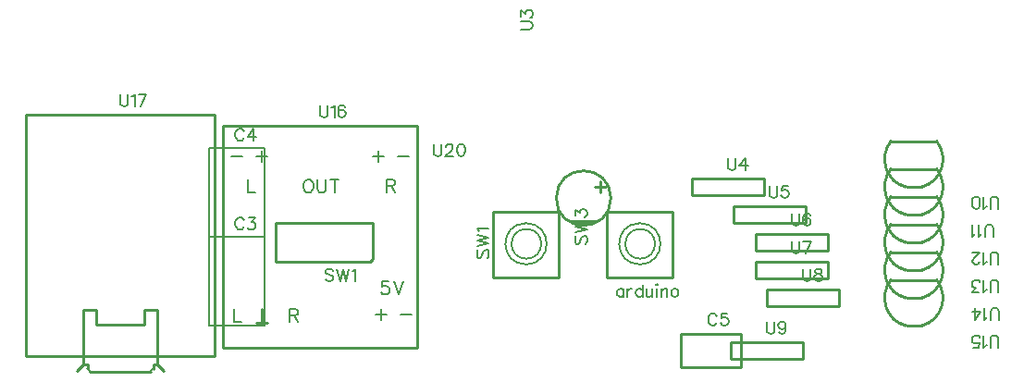
<source format=gto>
G04 ---------------------------- Layer name :TOP SILK LAYER*
G04 EasyEDA v5.7.26, Mon, 01 Oct 2018 13:32:53 GMT*
G04 75dfb1f5c32043f5854625517cc8b310*
G04 Gerber Generator version 0.2*
G04 Scale: 100 percent, Rotated: No, Reflected: No *
G04 Dimensions in millimeters *
G04 leading zeros omitted , absolute positions ,3 integer and 3 decimal *
%FSLAX33Y33*%
%MOMM*%
G90*
G71D02*

%ADD25C,0.254000*%
%ADD26C,0.177800*%
%ADD27C,0.127000*%
%ADD28C,0.203200*%

%LPD*%
G54D25*
G01X32766Y11430D02*
G01X32766Y14732D01*
G01X23876Y14732D01*
G01X23876Y11176D01*
G01X32512Y11176D01*
G01X32766Y11430D01*
G54D26*
G01X20320Y13462D02*
G01X22860Y13462D01*
G01X22860Y5334D01*
G01X17780Y5334D01*
G01X17780Y13462D01*
G01X20320Y13462D01*
G01X20320Y21590D02*
G01X22860Y21590D01*
G01X22860Y13462D01*
G01X17780Y13462D01*
G01X17780Y21590D01*
G01X20320Y21590D01*
G54D25*
G01X60963Y4547D02*
G01X66463Y4547D01*
G01X66473Y4547D02*
G01X66473Y1547D01*
G01X66463Y1547D02*
G01X60963Y1547D01*
G01X60963Y1547D02*
G01X60963Y4547D01*
G01X53594Y18542D02*
G01X53594Y17526D01*
G01X54102Y18034D02*
G01X53086Y18034D01*
G01X43784Y9732D02*
G01X43784Y15731D01*
G01X49784Y15731D01*
G01X49784Y9732D01*
G01X43784Y9732D01*
G01X54198Y9732D02*
G01X54198Y15731D01*
G01X60198Y15731D01*
G01X60198Y9732D01*
G01X54198Y9732D01*
G01X61976Y18796D02*
G01X68580Y18796D01*
G01X68580Y17272D01*
G01X61976Y17272D01*
G01X61976Y18796D01*
G01X62230Y18796D01*
G01X65786Y16256D02*
G01X72390Y16256D01*
G01X72390Y14732D01*
G01X65786Y14732D01*
G01X65786Y16256D01*
G01X66040Y16256D01*
G01X67818Y13716D02*
G01X74422Y13716D01*
G01X74422Y12192D01*
G01X67818Y12192D01*
G01X67818Y13716D01*
G01X68072Y13716D01*
G01X67818Y11176D02*
G01X74422Y11176D01*
G01X74422Y9652D01*
G01X67818Y9652D01*
G01X67818Y11176D01*
G01X68072Y11176D01*
G01X68834Y8636D02*
G01X75438Y8636D01*
G01X75438Y7112D01*
G01X68834Y7112D01*
G01X68834Y8636D01*
G01X69088Y8636D01*
G01X65532Y3810D02*
G01X72136Y3810D01*
G01X72136Y2286D01*
G01X65532Y2286D01*
G01X65532Y3810D01*
G01X65786Y3810D01*
G01X84378Y22225D02*
G01X80213Y22225D01*
G01X84378Y19685D02*
G01X80213Y19685D01*
G01X84378Y17145D02*
G01X80213Y17145D01*
G01X84378Y14605D02*
G01X80213Y14605D01*
G01X84378Y12065D02*
G01X80213Y12065D01*
G01X84378Y9525D02*
G01X80213Y9525D01*
G01X22606Y6858D02*
G01X22606Y5588D01*
G01X22098Y5588D02*
G01X23114Y5588D01*
G01X19050Y23622D02*
G01X36830Y23622D01*
G01X36830Y3302D01*
G01X19050Y3302D01*
G01X19050Y23622D01*
G01X19304Y23622D01*
G01X18288Y2540D02*
G01X18288Y24638D01*
G01X1016Y24638D01*
G01X1016Y2540D01*
G01X18288Y2540D01*
G01X6273Y1803D02*
G01X6680Y1803D01*
G01X12674Y1803D02*
G01X13081Y1803D01*
G01X6273Y1803D02*
G01X6273Y2514D01*
G01X6273Y2514D02*
G01X6273Y6807D01*
G01X13081Y6807D02*
G01X13081Y2514D01*
G01X13081Y2514D02*
G01X13081Y1803D01*
G01X6273Y1803D02*
G01X5689Y1219D01*
G01X13081Y1803D02*
G01X13665Y1219D01*
G01X6680Y1803D02*
G01X6680Y1422D01*
G01X6908Y1143D02*
G01X12446Y1143D01*
G01X12674Y1371D02*
G01X12674Y1803D01*
G01X6273Y5207D02*
G01X6273Y6807D01*
G01X6273Y6807D02*
G01X7467Y6807D01*
G01X13081Y6807D02*
G01X11887Y6807D01*
G01X13081Y5207D02*
G01X13081Y6807D01*
G01X6273Y2514D02*
G01X13081Y2514D01*
G01X7467Y6807D02*
G01X7467Y5410D01*
G01X7467Y5410D02*
G01X11887Y5410D01*
G01X11887Y5410D02*
G01X11887Y6807D01*
G54D26*
G01X55740Y8727D02*
G01X55740Y8000D01*
G01X55740Y8572D02*
G01X55638Y8676D01*
G01X55534Y8727D01*
G01X55377Y8727D01*
G01X55272Y8676D01*
G01X55168Y8572D01*
G01X55118Y8417D01*
G01X55118Y8313D01*
G01X55168Y8155D01*
G01X55272Y8051D01*
G01X55377Y8000D01*
G01X55534Y8000D01*
G01X55638Y8051D01*
G01X55740Y8155D01*
G01X56083Y8727D02*
G01X56083Y8000D01*
G01X56083Y8417D02*
G01X56136Y8572D01*
G01X56240Y8676D01*
G01X56344Y8727D01*
G01X56499Y8727D01*
G01X57467Y9093D02*
G01X57467Y8000D01*
G01X57467Y8572D02*
G01X57363Y8676D01*
G01X57259Y8727D01*
G01X57101Y8727D01*
G01X56997Y8676D01*
G01X56896Y8572D01*
G01X56842Y8417D01*
G01X56842Y8313D01*
G01X56896Y8155D01*
G01X56997Y8051D01*
G01X57101Y8000D01*
G01X57259Y8000D01*
G01X57363Y8051D01*
G01X57467Y8155D01*
G01X57810Y8727D02*
G01X57810Y8209D01*
G01X57861Y8051D01*
G01X57965Y8000D01*
G01X58120Y8000D01*
G01X58224Y8051D01*
G01X58381Y8209D01*
G01X58381Y8727D02*
G01X58381Y8000D01*
G01X58724Y9093D02*
G01X58775Y9039D01*
G01X58826Y9093D01*
G01X58775Y9143D01*
G01X58724Y9093D01*
G01X58775Y8727D02*
G01X58775Y8000D01*
G01X59169Y8727D02*
G01X59169Y8000D01*
G01X59169Y8521D02*
G01X59326Y8676D01*
G01X59430Y8727D01*
G01X59585Y8727D01*
G01X59690Y8676D01*
G01X59740Y8521D01*
G01X59740Y8000D01*
G01X60345Y8727D02*
G01X60241Y8676D01*
G01X60137Y8572D01*
G01X60083Y8417D01*
G01X60083Y8313D01*
G01X60137Y8155D01*
G01X60241Y8051D01*
G01X60345Y8000D01*
G01X60500Y8000D01*
G01X60604Y8051D01*
G01X60708Y8155D01*
G01X60759Y8313D01*
G01X60759Y8417D01*
G01X60708Y8572D01*
G01X60604Y8676D01*
G01X60500Y8727D01*
G01X60345Y8727D01*
G01X29174Y10373D02*
G01X29070Y10477D01*
G01X28915Y10528D01*
G01X28707Y10528D01*
G01X28552Y10477D01*
G01X28448Y10373D01*
G01X28448Y10269D01*
G01X28498Y10165D01*
G01X28552Y10114D01*
G01X28656Y10060D01*
G01X28968Y9956D01*
G01X29070Y9906D01*
G01X29123Y9855D01*
G01X29174Y9751D01*
G01X29174Y9593D01*
G01X29070Y9489D01*
G01X28915Y9438D01*
G01X28707Y9438D01*
G01X28552Y9489D01*
G01X28448Y9593D01*
G01X29517Y10528D02*
G01X29778Y9438D01*
G01X30038Y10528D02*
G01X29778Y9438D01*
G01X30038Y10528D02*
G01X30297Y9438D01*
G01X30556Y10528D02*
G01X30297Y9438D01*
G01X30899Y10322D02*
G01X31003Y10373D01*
G01X31160Y10528D01*
G01X31160Y9438D01*
G01X20972Y14968D02*
G01X20919Y15072D01*
G01X20815Y15176D01*
G01X20713Y15227D01*
G01X20505Y15227D01*
G01X20401Y15176D01*
G01X20297Y15072D01*
G01X20243Y14968D01*
G01X20193Y14813D01*
G01X20193Y14554D01*
G01X20243Y14396D01*
G01X20297Y14292D01*
G01X20401Y14188D01*
G01X20505Y14137D01*
G01X20713Y14137D01*
G01X20815Y14188D01*
G01X20919Y14292D01*
G01X20972Y14396D01*
G01X21419Y15227D02*
G01X21991Y15227D01*
G01X21678Y14813D01*
G01X21833Y14813D01*
G01X21937Y14759D01*
G01X21991Y14709D01*
G01X22042Y14554D01*
G01X22042Y14450D01*
G01X21991Y14292D01*
G01X21887Y14188D01*
G01X21729Y14137D01*
G01X21574Y14137D01*
G01X21419Y14188D01*
G01X21366Y14241D01*
G01X21315Y14345D01*
G01X20972Y23096D02*
G01X20919Y23200D01*
G01X20815Y23304D01*
G01X20713Y23355D01*
G01X20505Y23355D01*
G01X20401Y23304D01*
G01X20297Y23200D01*
G01X20243Y23096D01*
G01X20193Y22941D01*
G01X20193Y22682D01*
G01X20243Y22524D01*
G01X20297Y22420D01*
G01X20401Y22316D01*
G01X20505Y22265D01*
G01X20713Y22265D01*
G01X20815Y22316D01*
G01X20919Y22420D01*
G01X20972Y22524D01*
G01X21833Y23355D02*
G01X21315Y22628D01*
G01X22095Y22628D01*
G01X21833Y23355D02*
G01X21833Y22265D01*
G01X64279Y6205D02*
G01X64226Y6309D01*
G01X64122Y6413D01*
G01X64020Y6464D01*
G01X63812Y6464D01*
G01X63708Y6413D01*
G01X63604Y6309D01*
G01X63550Y6205D01*
G01X63500Y6050D01*
G01X63500Y5791D01*
G01X63550Y5633D01*
G01X63604Y5529D01*
G01X63708Y5425D01*
G01X63812Y5374D01*
G01X64020Y5374D01*
G01X64122Y5425D01*
G01X64226Y5529D01*
G01X64279Y5633D01*
G01X65244Y6464D02*
G01X64726Y6464D01*
G01X64673Y5996D01*
G01X64726Y6050D01*
G01X64881Y6101D01*
G01X65036Y6101D01*
G01X65194Y6050D01*
G01X65298Y5946D01*
G01X65349Y5791D01*
G01X65349Y5687D01*
G01X65298Y5529D01*
G01X65194Y5425D01*
G01X65036Y5374D01*
G01X64881Y5374D01*
G01X64726Y5425D01*
G01X64673Y5478D01*
G01X64622Y5582D01*
G01X42464Y12274D02*
G01X42360Y12170D01*
G01X42310Y12015D01*
G01X42310Y11807D01*
G01X42360Y11652D01*
G01X42464Y11548D01*
G01X42569Y11548D01*
G01X42673Y11598D01*
G01X42724Y11652D01*
G01X42777Y11756D01*
G01X42881Y12068D01*
G01X42932Y12170D01*
G01X42983Y12223D01*
G01X43087Y12274D01*
G01X43244Y12274D01*
G01X43348Y12170D01*
G01X43399Y12015D01*
G01X43399Y11807D01*
G01X43348Y11652D01*
G01X43244Y11548D01*
G01X42310Y12617D02*
G01X43399Y12879D01*
G01X42310Y13138D02*
G01X43399Y12879D01*
G01X42310Y13138D02*
G01X43399Y13397D01*
G01X42310Y13656D02*
G01X43399Y13397D01*
G01X42515Y13999D02*
G01X42464Y14103D01*
G01X42310Y14260D01*
G01X43399Y14260D01*
G01X51445Y13553D02*
G01X51341Y13449D01*
G01X51290Y13294D01*
G01X51290Y13086D01*
G01X51341Y12931D01*
G01X51445Y12827D01*
G01X51549Y12827D01*
G01X51653Y12877D01*
G01X51704Y12931D01*
G01X51757Y13035D01*
G01X51861Y13347D01*
G01X51912Y13449D01*
G01X51963Y13502D01*
G01X52067Y13553D01*
G01X52224Y13553D01*
G01X52329Y13449D01*
G01X52379Y13294D01*
G01X52379Y13086D01*
G01X52329Y12931D01*
G01X52224Y12827D01*
G01X51290Y13896D02*
G01X52379Y14157D01*
G01X51290Y14417D02*
G01X52379Y14157D01*
G01X51290Y14417D02*
G01X52379Y14676D01*
G01X51290Y14935D02*
G01X52379Y14676D01*
G01X51290Y15382D02*
G01X51290Y15953D01*
G01X51704Y15643D01*
G01X51704Y15798D01*
G01X51757Y15902D01*
G01X51808Y15953D01*
G01X51963Y16007D01*
G01X52067Y16007D01*
G01X52224Y15953D01*
G01X52329Y15849D01*
G01X52379Y15694D01*
G01X52379Y15539D01*
G01X52329Y15382D01*
G01X52275Y15331D01*
G01X52171Y15278D01*
G01X46328Y32452D02*
G01X47105Y32452D01*
G01X47263Y32503D01*
G01X47367Y32607D01*
G01X47417Y32764D01*
G01X47417Y32868D01*
G01X47367Y33023D01*
G01X47263Y33127D01*
G01X47105Y33178D01*
G01X46328Y33178D01*
G01X46328Y33625D02*
G01X46328Y34197D01*
G01X46742Y33887D01*
G01X46742Y34042D01*
G01X46795Y34146D01*
G01X46846Y34197D01*
G01X47001Y34250D01*
G01X47105Y34250D01*
G01X47263Y34197D01*
G01X47367Y34093D01*
G01X47417Y33938D01*
G01X47417Y33783D01*
G01X47367Y33625D01*
G01X47313Y33574D01*
G01X47209Y33521D01*
G01X65278Y20688D02*
G01X65278Y19911D01*
G01X65328Y19753D01*
G01X65432Y19649D01*
G01X65590Y19598D01*
G01X65694Y19598D01*
G01X65849Y19649D01*
G01X65953Y19753D01*
G01X66004Y19911D01*
G01X66004Y20688D01*
G01X66868Y20688D02*
G01X66347Y19961D01*
G01X67127Y19961D01*
G01X66868Y20688D02*
G01X66868Y19598D01*
G01X69088Y18148D02*
G01X69088Y17371D01*
G01X69138Y17213D01*
G01X69242Y17109D01*
G01X69400Y17058D01*
G01X69504Y17058D01*
G01X69659Y17109D01*
G01X69763Y17213D01*
G01X69814Y17371D01*
G01X69814Y18148D01*
G01X70782Y18148D02*
G01X70261Y18148D01*
G01X70210Y17680D01*
G01X70261Y17734D01*
G01X70418Y17785D01*
G01X70573Y17785D01*
G01X70728Y17734D01*
G01X70832Y17630D01*
G01X70886Y17475D01*
G01X70886Y17371D01*
G01X70832Y17213D01*
G01X70728Y17109D01*
G01X70573Y17058D01*
G01X70418Y17058D01*
G01X70261Y17109D01*
G01X70210Y17162D01*
G01X70157Y17266D01*
G01X71120Y15608D02*
G01X71120Y14831D01*
G01X71170Y14673D01*
G01X71274Y14569D01*
G01X71432Y14518D01*
G01X71536Y14518D01*
G01X71691Y14569D01*
G01X71795Y14673D01*
G01X71846Y14831D01*
G01X71846Y15608D01*
G01X72814Y15453D02*
G01X72760Y15557D01*
G01X72605Y15608D01*
G01X72501Y15608D01*
G01X72346Y15557D01*
G01X72242Y15402D01*
G01X72189Y15140D01*
G01X72189Y14881D01*
G01X72242Y14673D01*
G01X72346Y14569D01*
G01X72501Y14518D01*
G01X72555Y14518D01*
G01X72710Y14569D01*
G01X72814Y14673D01*
G01X72864Y14831D01*
G01X72864Y14881D01*
G01X72814Y15036D01*
G01X72710Y15140D01*
G01X72555Y15194D01*
G01X72501Y15194D01*
G01X72346Y15140D01*
G01X72242Y15036D01*
G01X72189Y14881D01*
G01X71120Y13068D02*
G01X71120Y12291D01*
G01X71170Y12133D01*
G01X71274Y12029D01*
G01X71432Y11978D01*
G01X71536Y11978D01*
G01X71691Y12029D01*
G01X71795Y12133D01*
G01X71846Y12291D01*
G01X71846Y13068D01*
G01X72918Y13068D02*
G01X72397Y11978D01*
G01X72189Y13068D02*
G01X72918Y13068D01*
G01X72136Y10528D02*
G01X72136Y9751D01*
G01X72186Y9593D01*
G01X72290Y9489D01*
G01X72448Y9438D01*
G01X72552Y9438D01*
G01X72707Y9489D01*
G01X72811Y9593D01*
G01X72862Y9751D01*
G01X72862Y10528D01*
G01X73466Y10528D02*
G01X73309Y10477D01*
G01X73258Y10373D01*
G01X73258Y10269D01*
G01X73309Y10165D01*
G01X73413Y10114D01*
G01X73621Y10060D01*
G01X73776Y10010D01*
G01X73880Y9906D01*
G01X73934Y9801D01*
G01X73934Y9646D01*
G01X73880Y9542D01*
G01X73830Y9489D01*
G01X73672Y9438D01*
G01X73466Y9438D01*
G01X73309Y9489D01*
G01X73258Y9542D01*
G01X73205Y9646D01*
G01X73205Y9801D01*
G01X73258Y9906D01*
G01X73362Y10010D01*
G01X73517Y10060D01*
G01X73726Y10114D01*
G01X73830Y10165D01*
G01X73880Y10269D01*
G01X73880Y10373D01*
G01X73830Y10477D01*
G01X73672Y10528D01*
G01X73466Y10528D01*
G01X68834Y5702D02*
G01X68834Y4925D01*
G01X68884Y4767D01*
G01X68988Y4663D01*
G01X69146Y4612D01*
G01X69250Y4612D01*
G01X69405Y4663D01*
G01X69509Y4767D01*
G01X69560Y4925D01*
G01X69560Y5702D01*
G01X70578Y5339D02*
G01X70528Y5184D01*
G01X70424Y5080D01*
G01X70269Y5029D01*
G01X70215Y5029D01*
G01X70060Y5080D01*
G01X69956Y5184D01*
G01X69903Y5339D01*
G01X69903Y5392D01*
G01X69956Y5547D01*
G01X70060Y5651D01*
G01X70215Y5702D01*
G01X70269Y5702D01*
G01X70424Y5651D01*
G01X70528Y5547D01*
G01X70578Y5339D01*
G01X70578Y5080D01*
G01X70528Y4820D01*
G01X70424Y4663D01*
G01X70269Y4612D01*
G01X70164Y4612D01*
G01X70007Y4663D01*
G01X69956Y4767D01*
G01X90030Y16042D02*
G01X90030Y16819D01*
G01X89979Y16977D01*
G01X89875Y17081D01*
G01X89717Y17132D01*
G01X89613Y17132D01*
G01X89458Y17081D01*
G01X89354Y16977D01*
G01X89303Y16819D01*
G01X89303Y16042D01*
G01X88960Y16248D02*
G01X88856Y16197D01*
G01X88699Y16042D01*
G01X88699Y17132D01*
G01X88046Y16042D02*
G01X88201Y16093D01*
G01X88305Y16248D01*
G01X88356Y16510D01*
G01X88356Y16664D01*
G01X88305Y16924D01*
G01X88201Y17081D01*
G01X88046Y17132D01*
G01X87942Y17132D01*
G01X87784Y17081D01*
G01X87680Y16924D01*
G01X87630Y16664D01*
G01X87630Y16510D01*
G01X87680Y16248D01*
G01X87784Y16093D01*
G01X87942Y16042D01*
G01X88046Y16042D01*
G01X89562Y13502D02*
G01X89562Y14279D01*
G01X89512Y14437D01*
G01X89408Y14541D01*
G01X89250Y14592D01*
G01X89146Y14592D01*
G01X88991Y14541D01*
G01X88887Y14437D01*
G01X88836Y14279D01*
G01X88836Y13502D01*
G01X88493Y13708D02*
G01X88389Y13657D01*
G01X88231Y13502D01*
G01X88231Y14592D01*
G01X87889Y13708D02*
G01X87784Y13657D01*
G01X87630Y13502D01*
G01X87630Y14592D01*
G01X90030Y10962D02*
G01X90030Y11739D01*
G01X89979Y11897D01*
G01X89875Y12001D01*
G01X89717Y12052D01*
G01X89613Y12052D01*
G01X89458Y12001D01*
G01X89354Y11897D01*
G01X89303Y11739D01*
G01X89303Y10962D01*
G01X88960Y11168D02*
G01X88856Y11117D01*
G01X88699Y10962D01*
G01X88699Y12052D01*
G01X88305Y11221D02*
G01X88305Y11168D01*
G01X88252Y11064D01*
G01X88201Y11013D01*
G01X88097Y10962D01*
G01X87889Y10962D01*
G01X87784Y11013D01*
G01X87734Y11064D01*
G01X87680Y11168D01*
G01X87680Y11272D01*
G01X87734Y11376D01*
G01X87838Y11534D01*
G01X88356Y12052D01*
G01X87630Y12052D01*
G01X90030Y8422D02*
G01X90030Y9199D01*
G01X89979Y9357D01*
G01X89875Y9461D01*
G01X89717Y9512D01*
G01X89613Y9512D01*
G01X89458Y9461D01*
G01X89354Y9357D01*
G01X89303Y9199D01*
G01X89303Y8422D01*
G01X88960Y8628D02*
G01X88856Y8577D01*
G01X88699Y8422D01*
G01X88699Y9512D01*
G01X88252Y8422D02*
G01X87680Y8422D01*
G01X87993Y8836D01*
G01X87838Y8836D01*
G01X87734Y8890D01*
G01X87680Y8940D01*
G01X87630Y9095D01*
G01X87630Y9199D01*
G01X87680Y9357D01*
G01X87784Y9461D01*
G01X87942Y9512D01*
G01X88097Y9512D01*
G01X88252Y9461D01*
G01X88305Y9408D01*
G01X88356Y9304D01*
G01X90081Y5882D02*
G01X90081Y6659D01*
G01X90030Y6817D01*
G01X89926Y6921D01*
G01X89768Y6972D01*
G01X89664Y6972D01*
G01X89509Y6921D01*
G01X89405Y6817D01*
G01X89354Y6659D01*
G01X89354Y5882D01*
G01X89011Y6088D02*
G01X88907Y6037D01*
G01X88750Y5882D01*
G01X88750Y6972D01*
G01X87889Y5882D02*
G01X88407Y6609D01*
G01X87630Y6609D01*
G01X87889Y5882D02*
G01X87889Y6972D01*
G01X90030Y3342D02*
G01X90030Y4119D01*
G01X89979Y4277D01*
G01X89875Y4381D01*
G01X89717Y4432D01*
G01X89613Y4432D01*
G01X89458Y4381D01*
G01X89354Y4277D01*
G01X89303Y4119D01*
G01X89303Y3342D01*
G01X88960Y3548D02*
G01X88856Y3497D01*
G01X88699Y3342D01*
G01X88699Y4432D01*
G01X87734Y3342D02*
G01X88252Y3342D01*
G01X88305Y3810D01*
G01X88252Y3756D01*
G01X88097Y3705D01*
G01X87942Y3705D01*
G01X87784Y3756D01*
G01X87680Y3860D01*
G01X87630Y4015D01*
G01X87630Y4119D01*
G01X87680Y4277D01*
G01X87784Y4381D01*
G01X87942Y4432D01*
G01X88097Y4432D01*
G01X88252Y4381D01*
G01X88305Y4328D01*
G01X88356Y4224D01*
G01X27940Y25514D02*
G01X27940Y24737D01*
G01X27990Y24579D01*
G01X28094Y24475D01*
G01X28252Y24424D01*
G01X28356Y24424D01*
G01X28511Y24475D01*
G01X28615Y24579D01*
G01X28666Y24737D01*
G01X28666Y25514D01*
G01X29009Y25308D02*
G01X29113Y25359D01*
G01X29270Y25514D01*
G01X29270Y24424D01*
G01X30236Y25359D02*
G01X30185Y25463D01*
G01X30027Y25514D01*
G01X29923Y25514D01*
G01X29768Y25463D01*
G01X29664Y25308D01*
G01X29613Y25046D01*
G01X29613Y24787D01*
G01X29664Y24579D01*
G01X29768Y24475D01*
G01X29923Y24424D01*
G01X29977Y24424D01*
G01X30132Y24475D01*
G01X30236Y24579D01*
G01X30289Y24737D01*
G01X30289Y24787D01*
G01X30236Y24942D01*
G01X30132Y25046D01*
G01X29977Y25100D01*
G01X29923Y25100D01*
G01X29768Y25046D01*
G01X29664Y24942D01*
G01X29613Y24787D01*
G54D28*
G01X26756Y18714D02*
G01X26642Y18658D01*
G01X26530Y18544D01*
G01X26471Y18432D01*
G01X26416Y18260D01*
G01X26416Y17978D01*
G01X26471Y17807D01*
G01X26530Y17693D01*
G01X26642Y17579D01*
G01X26756Y17523D01*
G01X26984Y17523D01*
G01X27096Y17579D01*
G01X27211Y17693D01*
G01X27269Y17807D01*
G01X27325Y17978D01*
G01X27325Y18260D01*
G01X27269Y18432D01*
G01X27211Y18544D01*
G01X27096Y18658D01*
G01X26984Y18714D01*
G01X26756Y18714D01*
G01X27701Y18714D02*
G01X27701Y17863D01*
G01X27757Y17693D01*
G01X27871Y17579D01*
G01X28041Y17523D01*
G01X28155Y17523D01*
G01X28326Y17579D01*
G01X28437Y17693D01*
G01X28496Y17863D01*
G01X28496Y18714D01*
G01X29268Y18714D02*
G01X29268Y17523D01*
G01X28869Y18714D02*
G01X29667Y18714D01*
G01X19812Y20825D02*
G01X20835Y20825D01*
G01X22595Y21335D02*
G01X22595Y20314D01*
G01X22085Y20825D02*
G01X23106Y20825D01*
G01X34208Y9398D02*
G01X33642Y9398D01*
G01X33583Y8887D01*
G01X33642Y8943D01*
G01X33812Y9001D01*
G01X33982Y9001D01*
G01X34152Y8943D01*
G01X34267Y8831D01*
G01X34323Y8661D01*
G01X34323Y8547D01*
G01X34267Y8377D01*
G01X34152Y8262D01*
G01X33982Y8206D01*
G01X33812Y8206D01*
G01X33642Y8262D01*
G01X33583Y8318D01*
G01X33528Y8432D01*
G01X34698Y9398D02*
G01X35153Y8206D01*
G01X35608Y9398D02*
G01X35153Y8206D01*
G01X33276Y21338D02*
G01X33276Y20317D01*
G01X32766Y20828D02*
G01X33789Y20828D01*
G01X35039Y20828D02*
G01X36060Y20828D01*
G01X33530Y6860D02*
G01X33530Y5839D01*
G01X33020Y6350D02*
G01X34043Y6350D01*
G01X20066Y6858D02*
G01X20066Y5666D01*
G01X20066Y5666D02*
G01X20746Y5666D01*
G01X25146Y6858D02*
G01X25146Y5666D01*
G01X25146Y6858D02*
G01X25656Y6858D01*
G01X25826Y6802D01*
G01X25885Y6746D01*
G01X25941Y6631D01*
G01X25941Y6517D01*
G01X25885Y6405D01*
G01X25826Y6347D01*
G01X25656Y6291D01*
G01X25146Y6291D01*
G01X25544Y6291D02*
G01X25941Y5666D01*
G01X35306Y6350D02*
G01X36329Y6350D01*
G01X34036Y18714D02*
G01X34036Y17523D01*
G01X34036Y18714D02*
G01X34546Y18714D01*
G01X34716Y18658D01*
G01X34775Y18602D01*
G01X34831Y18488D01*
G01X34831Y18374D01*
G01X34775Y18260D01*
G01X34716Y18204D01*
G01X34546Y18148D01*
G01X34036Y18148D01*
G01X34434Y18148D02*
G01X34831Y17523D01*
G01X21336Y18714D02*
G01X21336Y17523D01*
G01X21336Y17523D02*
G01X22016Y17523D01*
G54D26*
G01X9652Y26530D02*
G01X9652Y25753D01*
G01X9702Y25595D01*
G01X9806Y25491D01*
G01X9964Y25440D01*
G01X10068Y25440D01*
G01X10223Y25491D01*
G01X10327Y25595D01*
G01X10378Y25753D01*
G01X10378Y26530D01*
G01X10721Y26324D02*
G01X10825Y26375D01*
G01X10982Y26530D01*
G01X10982Y25440D01*
G01X12052Y26530D02*
G01X11531Y25440D01*
G01X11325Y26530D02*
G01X12052Y26530D01*
G01X38354Y21958D02*
G01X38354Y21181D01*
G01X38404Y21023D01*
G01X38508Y20919D01*
G01X38666Y20868D01*
G01X38770Y20868D01*
G01X38925Y20919D01*
G01X39029Y21023D01*
G01X39080Y21181D01*
G01X39080Y21958D01*
G01X39476Y21699D02*
G01X39476Y21752D01*
G01X39527Y21856D01*
G01X39580Y21907D01*
G01X39684Y21958D01*
G01X39890Y21958D01*
G01X39994Y21907D01*
G01X40048Y21856D01*
G01X40098Y21752D01*
G01X40098Y21648D01*
G01X40048Y21544D01*
G01X39944Y21386D01*
G01X39423Y20868D01*
G01X40152Y20868D01*
G01X40805Y21958D02*
G01X40650Y21907D01*
G01X40546Y21752D01*
G01X40495Y21490D01*
G01X40495Y21336D01*
G01X40546Y21076D01*
G01X40650Y20919D01*
G01X40805Y20868D01*
G01X40909Y20868D01*
G01X41066Y20919D01*
G01X41170Y21076D01*
G01X41221Y21336D01*
G01X41221Y21490D01*
G01X41170Y21752D01*
G01X41066Y21907D01*
G01X40909Y21958D01*
G01X40805Y21958D01*
G54D27*
G75*
G01X46825Y14191D02*
G3X46848Y14191I11J-1360D01*
G01*
G75*
G01X46784Y14719D02*
G3X46817Y14719I17J-1887D01*
G01*
G75*
G01X57239Y14191D02*
G3X57262Y14191I11J-1360D01*
G01*
G75*
G01X57198Y14719D02*
G3X57231Y14719I17J-1887D01*
G01*
G54D25*
G75*
G01X84391Y22225D02*
G2X83082Y18026I-2095J-1651D01*
G01*
G75*
G01X81510Y18026D02*
G2X80202Y22225I786J2548D01*
G01*
G75*
G01X82931Y18034D02*
G2X81661Y18034I-635J2857D01*
G01*
G75*
G01X81661Y18034D02*
G2X80391Y18669I635J2857D01*
G01*
G75*
G01X84201Y18669D02*
G2X81661Y18034I-1905J2222D01*
G01*
G75*
G01X84391Y19685D02*
G2X83082Y15486I-2095J-1651D01*
G01*
G75*
G01X81510Y15486D02*
G2X80202Y19685I786J2548D01*
G01*
G75*
G01X82931Y15494D02*
G2X81661Y15494I-635J2857D01*
G01*
G75*
G01X81661Y15494D02*
G2X80391Y16129I635J2857D01*
G01*
G75*
G01X84201Y16129D02*
G2X81661Y15494I-1905J2222D01*
G01*
G75*
G01X84391Y17145D02*
G2X83082Y12946I-2095J-1651D01*
G01*
G75*
G01X81510Y12946D02*
G2X80202Y17145I786J2548D01*
G01*
G75*
G01X82931Y12954D02*
G2X81661Y12954I-635J2857D01*
G01*
G75*
G01X81661Y12954D02*
G2X80391Y13589I635J2857D01*
G01*
G75*
G01X84201Y13589D02*
G2X81661Y12954I-1905J2222D01*
G01*
G75*
G01X84391Y14605D02*
G2X83082Y10406I-2095J-1651D01*
G01*
G75*
G01X81510Y10406D02*
G2X80202Y14605I786J2548D01*
G01*
G75*
G01X82931Y10414D02*
G2X81661Y10414I-635J2857D01*
G01*
G75*
G01X81661Y10414D02*
G2X80391Y11049I635J2857D01*
G01*
G75*
G01X84201Y11049D02*
G2X81661Y10414I-1905J2222D01*
G01*
G75*
G01X84391Y12065D02*
G2X83082Y7866I-2095J-1651D01*
G01*
G75*
G01X81510Y7866D02*
G2X80202Y12065I786J2548D01*
G01*
G75*
G01X82931Y7874D02*
G2X81661Y7874I-635J2857D01*
G01*
G75*
G01X81661Y7874D02*
G2X80391Y8509I635J2857D01*
G01*
G75*
G01X84201Y8509D02*
G2X81661Y7874I-1905J2222D01*
G01*
G75*
G01X84391Y9525D02*
G2X83082Y5326I-2095J-1651D01*
G01*
G75*
G01X81510Y5326D02*
G2X80202Y9525I786J2548D01*
G01*
G75*
G01X82931Y5334D02*
G2X81661Y5334I-635J2857D01*
G01*
G75*
G01X81661Y5334D02*
G2X80391Y5969I635J2857D01*
G01*
G75*
G01X84201Y5969D02*
G2X81661Y5334I-1905J2222D01*
G01*
G75*
G01X6677Y1412D02*
G3X6877Y1162I237J-15D01*
G01*
G75*
G01X12427Y1162D02*
G3X12677Y1362I15J238D01*
G01*
G75*
G01X54569Y17018D02*
G03X54569Y17018I-2499J0D01*
G01*

%LPD*%
G36*
G01X52578Y14478D02*
G01X53594Y14986D01*
G01X50800Y14986D01*
G01X51054Y14732D01*
G01X51562Y14478D01*
G01X52578Y14478D01*
G37*
M00*
M02*

</source>
